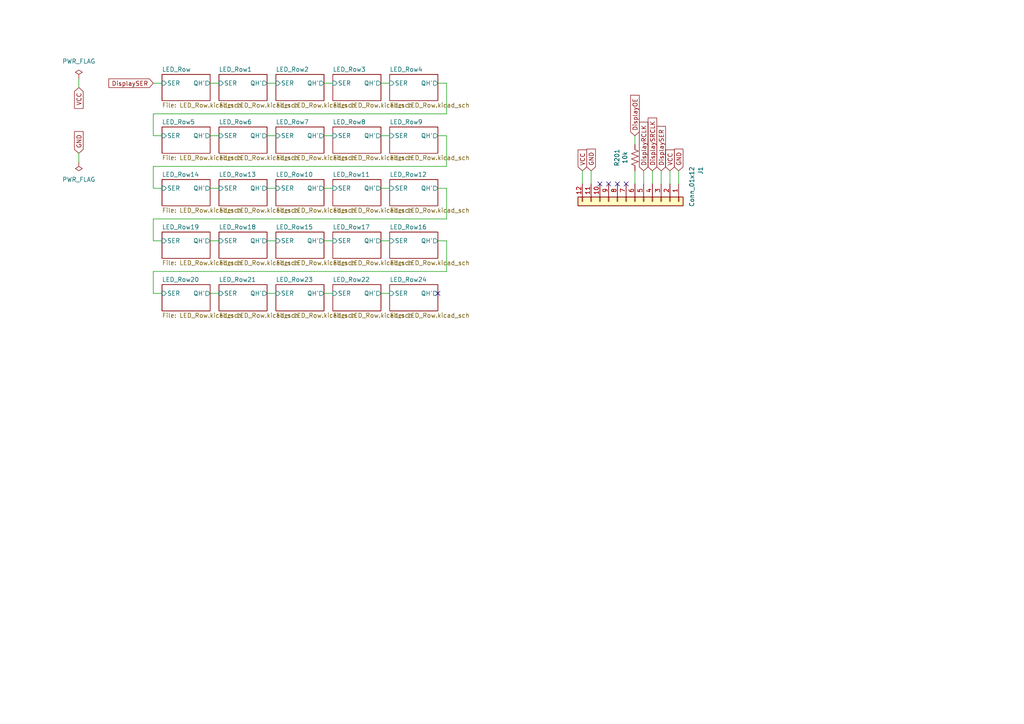
<source format=kicad_sch>
(kicad_sch (version 20230121) (generator eeschema)
  (paper "A4")
  (lib_symbols
    (symbol "Connector_Generic:Conn_01x12" (pin_names (offset 1.016) hide)
      (property "Reference" "J" (at 0 15.24 0))
      (property "Value" "Conn_01x12" (at 0 -17.78 0))
      (symbol "Conn_01x12_1_1"
        (rectangle (start -1.27 -15.113) (end 0 -15.367) (stroke (width 0.1524)))
        (rectangle (start -1.27 -12.573) (end 0 -12.827) (stroke (width 0.1524)))
        (rectangle (start -1.27 -10.033) (end 0 -10.287) (stroke (width 0.1524)))
        (rectangle (start -1.27 -7.493) (end 0 -7.747) (stroke (width 0.1524)))
        (rectangle (start -1.27 -4.953) (end 0 -5.207) (stroke (width 0.1524)))
        (rectangle (start -1.27 -2.413) (end 0 -2.667) (stroke (width 0.1524)))
        (rectangle (start -1.27 0.127) (end 0 -0.127) (stroke (width 0.1524)))
        (rectangle (start -1.27 2.667) (end 0 2.413) (stroke (width 0.1524)))
        (rectangle (start -1.27 5.207) (end 0 4.953) (stroke (width 0.1524)))
        (rectangle (start -1.27 7.747) (end 0 7.493) (stroke (width 0.1524)))
        (rectangle (start -1.27 10.287) (end 0 10.033) (stroke (width 0.1524)))
        (rectangle (start -1.27 12.827) (end 0 12.573) (stroke (width 0.1524)))
        (rectangle (start -1.27 13.97) (end 1.27 -16.51) (stroke (width 0.254)) (fill (type background)))
        (pin passive line (at -5.08 12.7 0) (length 3.81) (name "Pin_1") (number "1"))
        (pin passive line (at -5.08 -10.16 0) (length 3.81) (name "Pin_10") (number "10"))
        (pin passive line (at -5.08 -12.7 0) (length 3.81) (name "Pin_11") (number "11"))
        (pin passive line (at -5.08 -15.24 0) (length 3.81) (name "Pin_12") (number "12"))
        (pin passive line (at -5.08 10.16 0) (length 3.81) (name "Pin_2") (number "2"))
        (pin passive line (at -5.08 7.62 0) (length 3.81) (name "Pin_3") (number "3"))
        (pin passive line (at -5.08 5.08 0) (length 3.81) (name "Pin_4") (number "4"))
        (pin passive line (at -5.08 2.54 0) (length 3.81) (name "Pin_5") (number "5"))
        (pin passive line (at -5.08 0 0) (length 3.81) (name "Pin_6") (number "6"))
        (pin passive line (at -5.08 -2.54 0) (length 3.81) (name "Pin_7") (number "7"))
        (pin passive line (at -5.08 -5.08 0) (length 3.81) (name "Pin_8") (number "8"))
        (pin passive line (at -5.08 -7.62 0) (length 3.81) (name "Pin_9") (number "9"))
      )
    )
    (symbol "Device:R_US" (pin_numbers hide) (pin_names (offset 0))
      (property "Reference" "R" (at 2.54 0 90))
      (property "Value" "R_US" (at -2.54 0 90))
      (symbol "R_US_0_1"
        (polyline (pts (xy 0 -2.286) (xy 0 -2.54)))
        (polyline (pts (xy 0 2.286) (xy 0 2.54)))
        (polyline (pts (xy 0 -0.762) (xy 1.016 -1.143) (xy 0 -1.524) (xy -1.016 -1.905) (xy 0 -2.286)))
        (polyline (pts (xy 0 0.762) (xy 1.016 0.381) (xy 0 0) (xy -1.016 -0.381) (xy 0 -0.762)))
        (polyline (pts (xy 0 2.286) (xy 1.016 1.905) (xy 0 1.524) (xy -1.016 1.143) (xy 0 0.762)))
      )
      (symbol "R_US_1_1"
        (pin passive line (at 0 3.81 270) (length 1.27) (name "~") (number "1"))
        (pin passive line (at 0 -3.81 90) (length 1.27) (name "~") (number "2"))
      )
    )
    (symbol "power:PWR_FLAG" (power) (pin_numbers hide) (pin_names (offset 0) hide)
      (property "Value" "PWR_FLAG" (at 0 3.81 0))
      (symbol "PWR_FLAG_0_0"
        (pin power_out line (at 0 0 90) (length 0) (name "pwr") (number "1"))
      )
      (symbol "PWR_FLAG_0_1"
        (polyline (pts (xy 0 0) (xy 0 1.27) (xy -1.016 1.905) (xy 0 2.54) (xy 1.016 1.905) (xy 0 1.27)))
      )
    )
  )
  (no_connect (at 181.61 53.34))
  (no_connect (at 179.07 53.34))
  (no_connect (at 173.99 53.34))
  (no_connect (at 127 85.09))
  (no_connect (at 176.53 53.34))
  (wire (pts (xy 77.47 85.09) (xy 80.01 85.09)))
  (wire (pts (xy 168.91 49.53) (xy 168.91 53.34)))
  (wire (pts (xy 186.69 53.34) (xy 186.69 49.53)))
  (wire (pts (xy 129.54 63.5) (xy 44.45 63.5)))
  (wire (pts (xy 196.85 49.53) (xy 196.85 53.34)))
  (wire (pts (xy 44.45 48.26) (xy 44.45 54.61)))
  (wire (pts (xy 44.45 69.85) (xy 46.99 69.85)))
  (wire (pts (xy 129.54 69.85) (xy 129.54 78.74)))
  (wire (pts (xy 129.54 39.37) (xy 129.54 48.26)))
  (wire (pts (xy 129.54 48.26) (xy 44.45 48.26)))
  (wire (pts (xy 77.47 69.85) (xy 80.01 69.85)))
  (wire (pts (xy 44.45 85.09) (xy 46.99 85.09)))
  (wire (pts (xy 110.49 85.09) (xy 113.03 85.09)))
  (wire (pts (xy 44.45 24.13) (xy 46.99 24.13)))
  (wire (pts (xy 44.45 63.5) (xy 44.45 69.85)))
  (wire (pts (xy 184.15 53.34) (xy 184.15 49.53)))
  (wire (pts (xy 127 24.13) (xy 129.54 24.13)))
  (wire (pts (xy 129.54 33.02) (xy 44.45 33.02)))
  (wire (pts (xy 22.86 22.86) (xy 22.86 25.4)))
  (wire (pts (xy 110.49 39.37) (xy 113.03 39.37)))
  (wire (pts (xy 93.98 85.09) (xy 96.52 85.09)))
  (wire (pts (xy 60.96 69.85) (xy 63.5 69.85)))
  (wire (pts (xy 191.77 53.34) (xy 191.77 49.53)))
  (wire (pts (xy 22.86 44.45) (xy 22.86 46.99)))
  (wire (pts (xy 189.23 53.34) (xy 189.23 49.53)))
  (wire (pts (xy 44.45 33.02) (xy 44.45 39.37)))
  (wire (pts (xy 44.45 78.74) (xy 44.45 85.09)))
  (wire (pts (xy 171.45 49.53) (xy 171.45 53.34)))
  (wire (pts (xy 93.98 39.37) (xy 96.52 39.37)))
  (wire (pts (xy 127 39.37) (xy 129.54 39.37)))
  (wire (pts (xy 110.49 24.13) (xy 113.03 24.13)))
  (wire (pts (xy 77.47 39.37) (xy 80.01 39.37)))
  (wire (pts (xy 60.96 24.13) (xy 63.5 24.13)))
  (wire (pts (xy 44.45 39.37) (xy 46.99 39.37)))
  (wire (pts (xy 110.49 54.61) (xy 113.03 54.61)))
  (wire (pts (xy 129.54 54.61) (xy 129.54 63.5)))
  (wire (pts (xy 194.31 49.53) (xy 194.31 53.34)))
  (wire (pts (xy 44.45 54.61) (xy 46.99 54.61)))
  (wire (pts (xy 60.96 54.61) (xy 63.5 54.61)))
  (wire (pts (xy 110.49 69.85) (xy 113.03 69.85)))
  (wire (pts (xy 129.54 24.13) (xy 129.54 33.02)))
  (wire (pts (xy 77.47 24.13) (xy 80.01 24.13)))
  (wire (pts (xy 93.98 69.85) (xy 96.52 69.85)))
  (wire (pts (xy 127 69.85) (xy 129.54 69.85)))
  (wire (pts (xy 93.98 54.61) (xy 96.52 54.61)))
  (wire (pts (xy 184.15 39.37) (xy 184.15 41.91)))
  (wire (pts (xy 127 54.61) (xy 129.54 54.61)))
  (wire (pts (xy 60.96 85.09) (xy 63.5 85.09)))
  (wire (pts (xy 60.96 39.37) (xy 63.5 39.37)))
  (wire (pts (xy 93.98 24.13) (xy 96.52 24.13)))
  (wire (pts (xy 129.54 78.74) (xy 44.45 78.74)))
  (wire (pts (xy 77.47 54.61) (xy 80.01 54.61)))
  (global_label "DisplaySER" (shape input) (at 191.77 49.53 90) (property "Intersheetrefs" "${INTERSHEET_REFS}" (effects hide)))
  (global_label "GND" (shape input) (at 22.86 44.45 90) (property "Intersheetrefs" "${INTERSHEET_REFS}" (effects hide)))
  (global_label "GND" (shape input) (at 196.85 49.53 90) (property "Intersheetrefs" "${INTERSHEET_REFS}" (effects hide)))
  (global_label "DisplayRCLK" (shape input) (at 186.69 49.53 90) (property "Intersheetrefs" "${INTERSHEET_REFS}" (effects hide)))
  (global_label "DisplayOE" (shape input) (at 184.15 39.37 90) (property "Intersheetrefs" "${INTERSHEET_REFS}" (effects hide)))
  (global_label "DisplaySER" (shape input) (at 44.45 24.13 180) (property "Intersheetrefs" "${INTERSHEET_REFS}" (effects hide)))
  (global_label "VCC" (shape input) (at 168.91 49.53 90) (property "Intersheetrefs" "${INTERSHEET_REFS}" (effects hide)))
  (global_label "DisplaySRCLK" (shape input) (at 189.23 49.53 90) (property "Intersheetrefs" "${INTERSHEET_REFS}" (effects hide)))
  (global_label "VCC" (shape input) (at 194.31 49.53 90) (property "Intersheetrefs" "${INTERSHEET_REFS}" (effects hide)))
  (global_label "GND" (shape input) (at 171.45 49.53 90) (property "Intersheetrefs" "${INTERSHEET_REFS}" (effects hide)))
  (global_label "VCC" (shape input) (at 22.86 25.4 270) (property "Intersheetrefs" "${INTERSHEET_REFS}" (effects hide)))
  (symbol (lib_id "Connector_Generic:Conn_01x12") (at 184.15 58.42 270) (unit 1)
    (property "Reference" "J1" (at 203.2 48.26 0) (effects (justify left)))
    (property "Value" "Conn_01x12" (at 200.66 48.26 0) (effects (justify left)))
    (property "Footprint" "Connector_PinHeader_2.54mm:PinHeader_1x12_P2.54mm_Vertical" (effects hide))
  )
  (symbol (lib_id "Device:R_US") (at 184.15 45.72 0) (unit 1)
    (property "Reference" "R201" (at 178.943 45.72 90))
    (property "Value" "10k" (at 181.2544 45.72 90))
    (property "Footprint" "Resistor_SMD:R_0402_1005Metric" (effects hide))
  )
  (symbol (lib_id "power:PWR_FLAG") (at 22.86 46.99 180) (unit 1)
    (property "Reference" "#FLG01" (effects hide))
    (property "Value" "PWR_FLAG" (at 22.86 52.07 0))
  )
  (symbol (lib_id "power:PWR_FLAG") (at 22.86 22.86 0) (unit 1)
    (property "Reference" "#FLG02" (effects hide))
    (property "Value" "PWR_FLAG" (at 22.86 17.78 0))
  )
  (sheet (at 46.99 67.31) (size 13.97 7.62) (stroke (width 0.1524))
    (property "Sheetname" "LED_Row19" (at 46.99 66.5984 0) (effects (justify left bottom)))
    (property "Sheetfile" "LED_Row.kicad_sch" (at 46.99 75.5146 0) (effects (justify left top)))
    (pin "QH'" output (at 60.96 69.85 0))
    (pin "SER" input (at 46.99 69.85 180))
  )
  (sheet (at 63.5 36.83) (size 13.97 7.62) (stroke (width 0.1524))
    (property "Sheetname" "LED_Row6" (at 63.5 36.1184 0) (effects (justify left bottom)))
    (property "Sheetfile" "LED_Row.kicad_sch" (at 63.5 45.0346 0) (effects (justify left top)))
    (pin "QH'" output (at 77.47 39.37 0))
    (pin "SER" input (at 63.5 39.37 180))
  )
  (sheet (at 80.01 21.59) (size 13.97 7.62) (stroke (width 0.1524))
    (property "Sheetname" "LED_Row2" (at 80.01 20.8784 0) (effects (justify left bottom)))
    (property "Sheetfile" "LED_Row.kicad_sch" (at 80.01 29.7946 0) (effects (justify left top)))
    (pin "QH'" output (at 93.98 24.13 0))
    (pin "SER" input (at 80.01 24.13 180))
  )
  (sheet (at 96.52 36.83) (size 13.97 7.62) (stroke (width 0.1524))
    (property "Sheetname" "LED_Row8" (at 96.52 36.1184 0) (effects (justify left bottom)))
    (property "Sheetfile" "LED_Row.kicad_sch" (at 96.52 45.0346 0) (effects (justify left top)))
    (pin "QH'" output (at 110.49 39.37 0))
    (pin "SER" input (at 96.52 39.37 180))
  )
  (sheet (at 80.01 82.55) (size 13.97 7.62) (stroke (width 0.1524))
    (property "Sheetname" "LED_Row23" (at 80.01 81.8384 0) (effects (justify left bottom)))
    (property "Sheetfile" "LED_Row.kicad_sch" (at 80.01 90.7546 0) (effects (justify left top)))
    (pin "QH'" output (at 93.98 85.09 0))
    (pin "SER" input (at 80.01 85.09 180))
  )
  (sheet (at 80.01 36.83) (size 13.97 7.62) (stroke (width 0.1524))
    (property "Sheetname" "LED_Row7" (at 80.01 36.1184 0) (effects (justify left bottom)))
    (property "Sheetfile" "LED_Row.kicad_sch" (at 80.01 45.0346 0) (effects (justify left top)))
    (pin "QH'" output (at 93.98 39.37 0))
    (pin "SER" input (at 80.01 39.37 180))
  )
  (sheet (at 63.5 67.31) (size 13.97 7.62) (stroke (width 0.1524))
    (property "Sheetname" "LED_Row18" (at 63.5 66.5984 0) (effects (justify left bottom)))
    (property "Sheetfile" "LED_Row.kicad_sch" (at 63.5 75.5146 0) (effects (justify left top)))
    (pin "QH'" output (at 77.47 69.85 0))
    (pin "SER" input (at 63.5 69.85 180))
  )
  (sheet (at 113.03 82.55) (size 13.97 7.62) (stroke (width 0.1524))
    (property "Sheetname" "LED_Row24" (at 113.03 81.8384 0) (effects (justify left bottom)))
    (property "Sheetfile" "LED_Row.kicad_sch" (at 113.03 90.7546 0) (effects (justify left top)))
    (pin "QH'" output (at 127 85.09 0))
    (pin "SER" input (at 113.03 85.09 180))
  )
  (sheet (at 80.01 52.07) (size 13.97 7.62) (stroke (width 0.1524))
    (property "Sheetname" "LED_Row10" (at 80.01 51.3584 0) (effects (justify left bottom)))
    (property "Sheetfile" "LED_Row.kicad_sch" (at 80.01 60.2746 0) (effects (justify left top)))
    (pin "QH'" output (at 93.98 54.61 0))
    (pin "SER" input (at 80.01 54.61 180))
  )
  (sheet (at 46.99 36.83) (size 13.97 7.62) (stroke (width 0.1524))
    (property "Sheetname" "LED_Row5" (at 46.99 36.1184 0) (effects (justify left bottom)))
    (property "Sheetfile" "LED_Row.kicad_sch" (at 46.99 45.0346 0) (effects (justify left top)))
    (pin "QH'" output (at 60.96 39.37 0))
    (pin "SER" input (at 46.99 39.37 180))
  )
  (sheet (at 96.52 21.59) (size 13.97 7.62) (stroke (width 0.1524))
    (property "Sheetname" "LED_Row3" (at 96.52 20.8784 0) (effects (justify left bottom)))
    (property "Sheetfile" "LED_Row.kicad_sch" (at 96.52 29.7946 0) (effects (justify left top)))
    (pin "QH'" output (at 110.49 24.13 0))
    (pin "SER" input (at 96.52 24.13 180))
  )
  (sheet (at 63.5 52.07) (size 13.97 7.62) (stroke (width 0.1524))
    (property "Sheetname" "LED_Row13" (at 63.5 51.3584 0) (effects (justify left bottom)))
    (property "Sheetfile" "LED_Row.kicad_sch" (at 63.5 60.2746 0) (effects (justify left top)))
    (pin "QH'" output (at 77.47 54.61 0))
    (pin "SER" input (at 63.5 54.61 180))
  )
  (sheet (at 46.99 82.55) (size 13.97 7.62) (stroke (width 0.1524))
    (property "Sheetname" "LED_Row20" (at 46.99 81.8384 0) (effects (justify left bottom)))
    (property "Sheetfile" "LED_Row.kicad_sch" (at 46.99 90.7546 0) (effects (justify left top)))
    (pin "QH'" output (at 60.96 85.09 0))
    (pin "SER" input (at 46.99 85.09 180))
  )
  (sheet (at 96.52 82.55) (size 13.97 7.62) (stroke (width 0.1524))
    (property "Sheetname" "LED_Row22" (at 96.52 81.8384 0) (effects (justify left bottom)))
    (property "Sheetfile" "LED_Row.kicad_sch" (at 96.52 90.7546 0) (effects (justify left top)))
    (pin "QH'" output (at 110.49 85.09 0))
    (pin "SER" input (at 96.52 85.09 180))
  )
  (sheet (at 113.03 36.83) (size 13.97 7.62) (stroke (width 0.1524))
    (property "Sheetname" "LED_Row9" (at 113.03 36.1184 0) (effects (justify left bottom)))
    (property "Sheetfile" "LED_Row.kicad_sch" (at 113.03 45.0346 0) (effects (justify left top)))
    (pin "QH'" output (at 127 39.37 0))
    (pin "SER" input (at 113.03 39.37 180))
  )
  (sheet (at 46.99 52.07) (size 13.97 7.62) (stroke (width 0.1524))
    (property "Sheetname" "LED_Row14" (at 46.99 51.3584 0) (effects (justify left bottom)))
    (property "Sheetfile" "LED_Row.kicad_sch" (at 46.99 60.2746 0) (effects (justify left top)))
    (pin "QH'" output (at 60.96 54.61 0))
    (pin "SER" input (at 46.99 54.61 180))
  )
  (sheet (at 96.52 52.07) (size 13.97 7.62) (stroke (width 0.1524))
    (property "Sheetname" "LED_Row11" (at 96.52 51.3584 0) (effects (justify left bottom)))
    (property "Sheetfile" "LED_Row.kicad_sch" (at 96.52 60.2746 0) (effects (justify left top)))
    (pin "QH'" output (at 110.49 54.61 0))
    (pin "SER" input (at 96.52 54.61 180))
  )
  (sheet (at 63.5 82.55) (size 13.97 7.62) (stroke (width 0.1524))
    (property "Sheetname" "LED_Row21" (at 63.5 81.8384 0) (effects (justify left bottom)))
    (property "Sheetfile" "LED_Row.kicad_sch" (at 63.5 90.7546 0) (effects (justify left top)))
    (pin "QH'" output (at 77.47 85.09 0))
    (pin "SER" input (at 63.5 85.09 180))
  )
  (sheet (at 113.03 67.31) (size 13.97 7.62) (stroke (width 0.1524))
    (property "Sheetname" "LED_Row16" (at 113.03 66.5984 0) (effects (justify left bottom)))
    (property "Sheetfile" "LED_Row.kicad_sch" (at 113.03 75.5146 0) (effects (justify left top)))
    (pin "QH'" output (at 127 69.85 0))
    (pin "SER" input (at 113.03 69.85 180))
  )
  (sheet (at 96.52 67.31) (size 13.97 7.62) (stroke (width 0.1524))
    (property "Sheetname" "LED_Row17" (at 96.52 66.5984 0) (effects (justify left bottom)))
    (property "Sheetfile" "LED_Row.kicad_sch" (at 96.52 75.5146 0) (effects (justify left top)))
    (pin "QH'" output (at 110.49 69.85 0))
    (pin "SER" input (at 96.52 69.85 180))
  )
  (sheet (at 46.99 21.59) (size 13.97 7.62) (stroke (width 0.1524))
    (property "Sheetname" "LED_Row" (at 46.99 20.8784 0) (effects (justify left bottom)))
    (property "Sheetfile" "LED_Row.kicad_sch" (at 46.99 29.7946 0) (effects (justify left top)))
    (pin "QH'" output (at 60.96 24.13 0))
    (pin "SER" input (at 46.99 24.13 180))
  )
  (sheet (at 113.03 52.07) (size 13.97 7.62) (stroke (width 0.1524))
    (property "Sheetname" "LED_Row12" (at 113.03 51.3584 0) (effects (justify left bottom)))
    (property "Sheetfile" "LED_Row.kicad_sch" (at 113.03 60.2746 0) (effects (justify left top)))
    (pin "QH'" output (at 127 54.61 0))
    (pin "SER" input (at 113.03 54.61 180))
  )
  (sheet (at 113.03 21.59) (size 13.97 7.62) (stroke (width 0.1524))
    (property "Sheetname" "LED_Row4" (at 113.03 20.8784 0) (effects (justify left bottom)))
    (property "Sheetfile" "LED_Row.kicad_sch" (at 113.03 29.7946 0) (effects (justify left top)))
    (pin "QH'" output (at 127 24.13 0))
    (pin "SER" input (at 113.03 24.13 180))
  )
  (sheet (at 63.5 21.59) (size 13.97 7.62) (stroke (width 0.1524))
    (property "Sheetname" "LED_Row1" (at 63.5 20.8784 0) (effects (justify left bottom)))
    (property "Sheetfile" "LED_Row.kicad_sch" (at 63.5 29.7946 0) (effects (justify left top)))
    (pin "QH'" output (at 77.47 24.13 0))
    (pin "SER" input (at 63.5 24.13 180))
  )
  (sheet (at 80.01 67.31) (size 13.97 7.62) (stroke (width 0.1524))
    (property "Sheetname" "LED_Row15" (at 80.01 66.5984 0) (effects (justify left bottom)))
    (property "Sheetfile" "LED_Row.kicad_sch" (at 80.01 75.5146 0) (effects (justify left top)))
    (pin "QH'" output (at 93.98 69.85 0))
    (pin "SER" input (at 80.01 69.85 180))
  )
)
</source>
